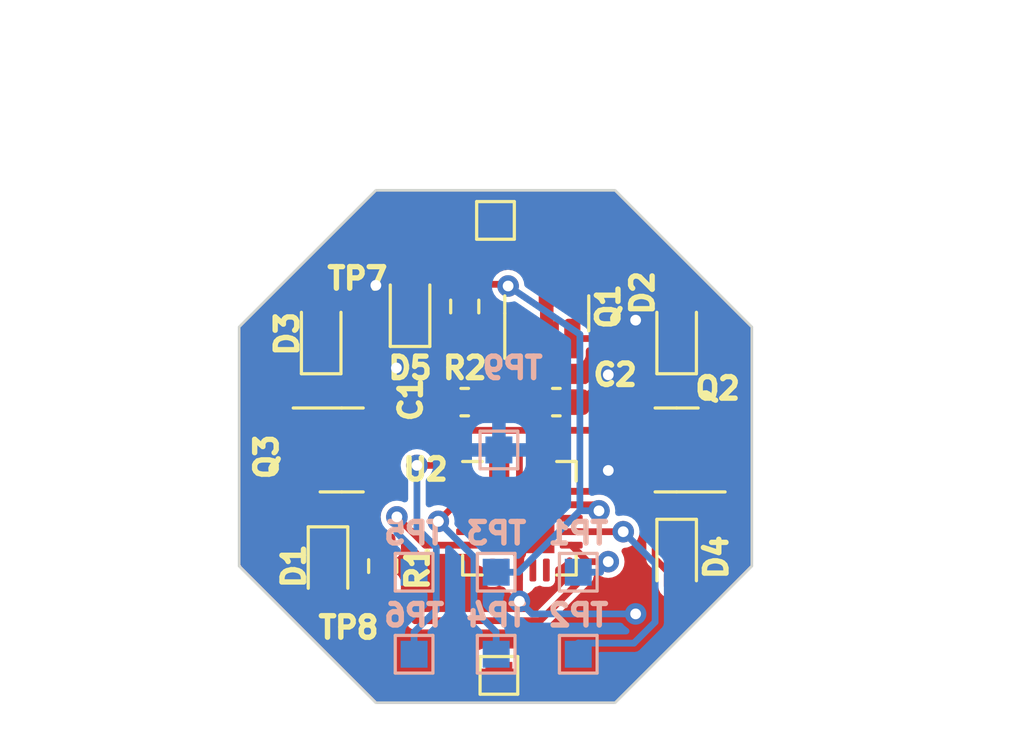
<source format=kicad_pcb>
(kicad_pcb (version 20221018) (generator pcbnew)
  (layers (0 "F.Cu" signal) (31 "B.Cu" signal) (34 "B.Paste" user) (35 "F.Paste" user) (36 "B.SilkS" user "B.Silkscreen") (37 "F.SilkS" user "F.Silkscreen") (38 "B.Mask" user) (39 "F.Mask" user) (44 "Edge.Cuts" user))
  (net 0 "")
  (net 1 "Net-(D1-K)")
  (net 2 "Net-(D2-K)")
  (net 3 "Net-(D3-K)")
  (net 4 "Net-(D4-K)")
  (net 5 "VCC")
  (net 18 "Net-(D5-K)")
  (net 19 "GND")
  (net 20 "Net-(Q1-B)")
  (net 21 "Net-(Q1-E)")
  (net 22 "PB0")
  (net 23 "PB1")
  (net 24 "PB2")
  (net 25 "PB3")
  (net 26 "PB4")
  (net 27 "PB5")
  (footprint "Resistor_SMD:R_0603_1608Metric" (layer "F.Cu") (at 132.334 115.57 90)
    (fp_text reference "R1" (at -0.0762 1.2954 90) (layer "F.SilkS") (effects (font (size 0.8 0.8) (thickness 0.2))))
    (fp_text value "1k")
    (fp_line (start -0.237258 -0.5225) (end 0.237258 -0.5225) (stroke (width 0.12)) (layer "F.SilkS"))
    (fp_line (start -0.237258 0.5225) (end 0.237258 0.5225) (stroke (width 0.12)) (layer "F.SilkS"))
    (pad "1" smd roundrect (at -0.825 0 90) (size 0.8 0.95) (layers "F.Cu" "F.Paste" "F.Mask") (net 22 "PB0"))
    (pad "2" smd roundrect (at 0.825 0 90) (size 0.8 0.95) (layers "F.Cu" "F.Paste" "F.Mask") (net 20 "Net-(Q1-B)"))
  )
  (footprint "Capacitor_SMD:C_0603_1608Metric" (layer "F.Cu") (at 135.382 109.474)
    (fp_text reference "C1" (at -2.0066 -0.1016 90) (layer "F.SilkS") (effects (font (size 0.8 0.8) (thickness 0.2))))
    (fp_text value "100n")
    (fp_line (start -0.14058 -0.51) (end 0.14058 -0.51) (stroke (width 0.12)) (layer "F.SilkS"))
    (fp_line (start -0.14058 0.51) (end 0.14058 0.51) (stroke (width 0.12)) (layer "F.SilkS"))
    (pad "1" smd roundrect (at -0.775 0) (size 0.9 0.95) (layers "F.Cu" "F.Paste" "F.Mask") (net 5 "VCC"))
    (pad "2" smd roundrect (at 0.775 0) (size 0.9 0.95) (layers "F.Cu" "F.Paste" "F.Mask") (net 19 "GND"))
  )
  (footprint "Package_TO_SOT_SMD:SOT-23" (layer "F.Cu") (at 138.43 106.172 90)
    (fp_text reference "Q1" (at 0.254 2.286 270) (layer "F.SilkS") (effects (font (size 0.8 0.8) (thickness 0.2))))
    (fp_text value "Q_PNP_BEC")
    (fp_line (start 0 -1.56) (end -1.675 -1.56) (stroke (width 0.12)) (layer "F.SilkS"))
    (fp_line (start 0 -1.56) (end 0.65 -1.56) (stroke (width 0.12)) (layer "F.SilkS"))
    (fp_line (start 0 1.56) (end -0.65 1.56) (stroke (width 0.12)) (layer "F.SilkS"))
    (fp_line (start 0 1.56) (end 0.65 1.56) (stroke (width 0.12)) (layer "F.SilkS"))
    (pad "1" smd roundrect (at -0.9375 -0.95 90) (size 1.475 0.6) (layers "F.Cu" "F.Paste" "F.Mask") (net 20 "Net-(Q1-B)"))
    (pad "2" smd roundrect (at -0.9375 0.95 90) (size 1.475 0.6) (layers "F.Cu" "F.Paste" "F.Mask") (net 21 "Net-(Q1-E)"))
    (pad "3" smd roundrect (at 0.9375 0 90) (size 1.475 0.6) (layers "F.Cu" "F.Paste" "F.Mask") (net 19 "GND"))
  )
  (footprint "LED_SMD:LED_0603_1608Metric" (layer "F.Cu") (at 130.048 106.934 90)
    (fp_text reference "D3" (at 0 -1.27 90) (layer "F.SilkS") (effects (font (size 0.8 0.8) (thickness 0.2))))
    (fp_text value "LED")
    (fp_line (start -1.485 -0.735) (end -1.485 0.735) (stroke (width 0.12)) (layer "F.SilkS"))
    (fp_line (start -1.485 0.735) (end 0.8 0.735) (stroke (width 0.12)) (layer "F.SilkS"))
    (fp_line (start 0.8 -0.735) (end -1.485 -0.735) (stroke (width 0.12)) (layer "F.SilkS"))
    (pad "1" smd roundrect (at -0.7875 0 90) (size 0.875 0.95) (layers "F.Cu" "F.Paste" "F.Mask") (net 3 "Net-(D3-K)"))
    (pad "2" smd roundrect (at 0.7875 0 90) (size 0.875 0.95) (layers "F.Cu" "F.Paste" "F.Mask") (net 5 "VCC"))
  )
  (footprint "LED_SMD:LED_0603_1608Metric" (layer "F.Cu") (at 130.302 115.5955 -90)
    (fp_text reference "D1" (at -0.0255 1.27 90) (layer "F.SilkS") (effects (font (size 0.8 0.8) (thickness 0.2))))
    (fp_text value "LED")
    (fp_line (start -1.485 -0.735) (end -1.485 0.735) (stroke (width 0.12)) (layer "F.SilkS"))
    (fp_line (start -1.485 0.735) (end 0.8 0.735) (stroke (width 0.12)) (layer "F.SilkS"))
    (fp_line (start 0.8 -0.735) (end -1.485 -0.735) (stroke (width 0.12)) (layer "F.SilkS"))
    (pad "1" smd roundrect (at -0.7875 0 270) (size 0.875 0.95) (layers "F.Cu" "F.Paste" "F.Mask") (net 1 "Net-(D1-K)"))
    (pad "2" smd roundrect (at 0.7875 0 270) (size 0.875 0.95) (layers "F.Cu" "F.Paste" "F.Mask") (net 5 "VCC"))
  )
  (footprint "LED_SMD:LED_0603_1608Metric" (layer "F.Cu") (at 143.256 115.316 -90)
    (fp_text reference "D4" (at -0.0761 -1.4732 90) (layer "F.SilkS") (effects (font (size 0.8 0.8) (thickness 0.2))))
    (fp_text value "LED")
    (fp_line (start -1.485 -0.735) (end -1.485 0.735) (stroke (width 0.12)) (layer "F.SilkS"))
    (fp_line (start -1.485 0.735) (end 0.8 0.735) (stroke (width 0.12)) (layer "F.SilkS"))
    (fp_line (start 0.8 -0.735) (end -1.485 -0.735) (stroke (width 0.12)) (layer "F.SilkS"))
    (pad "1" smd roundrect (at -0.7875 0 270) (size 0.875 0.95) (layers "F.Cu" "F.Paste" "F.Mask") (net 4 "Net-(D4-K)"))
    (pad "2" smd roundrect (at 0.7875 0 270) (size 0.875 0.95) (layers "F.Cu" "F.Paste" "F.Mask") (net 5 "VCC"))
  )
  (footprint "TestPoint:TestPoint_Pad_1.0x1.0mm" (layer "F.Cu") (at 136.525 102.7176)
    (fp_text reference "TP7" (at -5.1308 2.159) (layer "F.SilkS") (effects (font (size 0.8 0.8) (thickness 0.2))))
    (fp_text value "TestPoint")
    (fp_line (start -0.7 -0.7) (end 0.7 -0.7) (stroke (width 0.12)) (layer "F.SilkS"))
    (fp_line (start -0.7 0.7) (end -0.7 -0.7) (stroke (width 0.12)) (layer "F.SilkS"))
    (fp_line (start 0.7 -0.7) (end 0.7 0.7) (stroke (width 0.12)) (layer "F.SilkS"))
    (fp_line (start 0.7 0.7) (end -0.7 0.7) (stroke (width 0.12)) (layer "F.SilkS"))
    (pad "1" smd rect (at 0 0) (size 1 1) (layers "F.Cu" "F.Mask") (net 19 "GND"))
  )
  (footprint "TestPoint:TestPoint_Pad_1.0x1.0mm" (layer "F.Cu") (at 136.652 119.634)
    (fp_text reference "TP8" (at -5.588 -1.778) (layer "F.SilkS") (effects (font (size 0.8 0.8) (thickness 0.2))))
    (fp_text value "TestPoint")
    (fp_line (start -0.7 -0.7) (end 0.7 -0.7) (stroke (width 0.12)) (layer "F.SilkS"))
    (fp_line (start -0.7 0.7) (end -0.7 -0.7) (stroke (width 0.12)) (layer "F.SilkS"))
    (fp_line (start 0.7 -0.7) (end 0.7 0.7) (stroke (width 0.12)) (layer "F.SilkS"))
    (fp_line (start 0.7 0.7) (end -0.7 0.7) (stroke (width 0.12)) (layer "F.SilkS"))
    (pad "1" smd rect (at 0 0) (size 1 1) (layers "F.Cu" "F.Mask") (net 19 "GND"))
  )
  (footprint "Package_TO_SOT_SMD:SOT-23-6" (layer "F.Cu") (at 143.256 111.252 180)
    (fp_text reference "Q2" (at -1.524 2.286) (layer "F.SilkS") (effects (font (size 0.8 0.8) (thickness 0.2))))
    (fp_text value "Q_Dual_NPN_NPN_C2E2C1E1B1B2")
    (fp_line (start 0 -1.56) (end -1.8 -1.56) (stroke (width 0.12)) (layer "F.SilkS"))
    (fp_line (start 0 -1.56) (end 0.8 -1.56) (stroke (width 0.12)) (layer "F.SilkS"))
    (fp_line (start 0 1.56) (end -0.8 1.56) (stroke (width 0.12)) (layer "F.SilkS"))
    (fp_line (start 0 1.56) (end 0.8 1.56) (stroke (width 0.12)) (layer "F.SilkS"))
    (pad "1" smd roundrect (at -1.1375 -0.95 180) (size 1.325 0.6) (layers "F.Cu" "F.Paste" "F.Mask") (net 4 "Net-(D4-K)"))
    (pad "2" smd roundrect (at -1.1375 0 180) (size 1.325 0.6) (layers "F.Cu" "F.Paste" "F.Mask") (net 19 "GND"))
    (pad "3" smd roundrect (at -1.1375 0.95 180) (size 1.325 0.6) (layers "F.Cu" "F.Paste" "F.Mask") (net 2 "Net-(D2-K)"))
    (pad "4" smd roundrect (at 1.1375 0.95 180) (size 1.325 0.6) (layers "F.Cu" "F.Paste" "F.Mask") (net 19 "GND"))
    (pad "5" smd roundrect (at 1.1375 0 180) (size 1.325 0.6) (layers "F.Cu" "F.Paste" "F.Mask") (net 21 "Net-(Q1-E)"))
    (pad "6" smd roundrect (at 1.1375 -0.95 180) (size 1.325 0.6) (layers "F.Cu" "F.Paste" "F.Mask") (net 21 "Net-(Q1-E)"))
  )
  (footprint "LED_SMD:LED_0603_1608Metric" (layer "F.Cu") (at 143.256 106.934 90)
    (fp_text reference "D2" (at 1.524 -1.27 90) (layer "F.SilkS") (effects (font (size 0.8 0.8) (thickness 0.2))))
    (fp_text value "LED")
    (fp_line (start -1.485 -0.735) (end -1.485 0.735) (stroke (width 0.12)) (layer "F.SilkS"))
    (fp_line (start -1.485 0.735) (end 0.8 0.735) (stroke (width 0.12)) (layer "F.SilkS"))
    (fp_line (start 0.8 -0.735) (end -1.485 -0.735) (stroke (width 0.12)) (layer "F.SilkS"))
    (pad "1" smd roundrect (at -0.7875 0 90) (size 0.875 0.95) (layers "F.Cu" "F.Paste" "F.Mask") (net 2 "Net-(D2-K)"))
    (pad "2" smd roundrect (at 0.7875 0 90) (size 0.875 0.95) (layers "F.Cu" "F.Paste" "F.Mask") (net 5 "VCC"))
  )
  (footprint "Package_DFN_QFN:QFN-20-1EP_4x4mm_P0.5mm_EP2.6x2.6mm" (layer "F.Cu") (at 137.414 113.792)
    (fp_text reference "U2" (at -3.4902 -1.8138) (layer "F.SilkS") (effects (font (size 0.8 0.8) (thickness 0.2))))
    (fp_text value "ATtiny85-20M")
    (fp_line (start -2.11 2.11) (end -2.11 1.385) (stroke (width 0.12)) (layer "F.SilkS"))
    (fp_line (start -1.385 -2.11) (end -2.11 -2.11) (stroke (width 0.12)) (layer "F.SilkS"))
    (fp_line (start -1.385 2.11) (end -2.11 2.11) (stroke (width 0.12)) (layer "F.SilkS"))
    (fp_line (start 1.385 -2.11) (end 2.11 -2.11) (stroke (width 0.12)) (layer "F.SilkS"))
    (fp_line (start 1.385 2.11) (end 2.11 2.11) (stroke (width 0.12)) (layer "F.SilkS"))
    (fp_line (start 2.11 -2.11) (end 2.11 -1.385) (stroke (width 0.12)) (layer "F.SilkS"))
    (fp_line (start 2.11 2.11) (end 2.11 1.385) (stroke (width 0.12)) (layer "F.SilkS"))
    (pad "1" smd roundrect (at -1.925 -1) (size 0.85 0.25) (layers "F.Cu" "F.Paste" "F.Mask") (net 27 "PB5"))
    (pad "2" smd roundrect (at -1.925 -0.5) (size 0.85 0.25) (layers "F.Cu" "F.Paste" "F.Mask") (net 25 "PB3"))
    (pad "3" smd roundrect (at -1.925 0) (size 0.85 0.25) (layers "F.Cu" "F.Paste" "F.Mask"))
    (pad "4" smd roundrect (at -1.925 0.5) (size 0.85 0.25) (layers "F.Cu" "F.Paste" "F.Mask"))
    (pad "5" smd roundrect (at -1.925 1) (size 0.85 0.25) (layers "F.Cu" "F.Paste" "F.Mask") (net 26 "PB4"))
    (pad "6" smd roundrect (at -1 1.925) (size 0.25 0.85) (layers "F.Cu" "F.Paste" "F.Mask"))
    (pad "7" smd roundrect (at -0.5 1.925) (size 0.25 0.85) (layers "F.Cu" "F.Paste" "F.Mask"))
    (pad "8" smd roundrect (at 0 1.925) (size 0.25 0.85) (layers "F.Cu" "F.Paste" "F.Mask") (net 19 "GND"))
    (pad "9" smd roundrect (at 0.5 1.925) (size 0.25 0.85) (layers "F.Cu" "F.Paste" "F.Mask"))
    (pad "10" smd roundrect (at 1 1.925) (size 0.25 0.85) (layers "F.Cu" "F.Paste" "F.Mask"))
    (pad "11" smd roundrect (at 1.925 1) (size 0.85 0.25) (layers "F.Cu" "F.Paste" "F.Mask") (net 22 "PB0"))
    (pad "12" smd roundrect (at 1.925 0.5) (size 0.85 0.25) (layers "F.Cu" "F.Paste" "F.Mask") (net 23 "PB1"))
    (pad "13" smd roundrect (at 1.925 0) (size 0.85 0.25) (layers "F.Cu" "F.Paste" "F.Mask"))
    (pad "14" smd roundrect (at 1.925 -0.5) (size 0.85 0.25) (layers "F.Cu" "F.Paste" "F.Mask") (net 24 "PB2"))
    (pad "15" smd roundrect (at 1.925 -1) (size 0.85 0.25) (layers "F.Cu" "F.Paste" "F.Mask") (net 5 "VCC"))
    (pad "16" smd roundrect (at 1 -1.925) (size 0.25 0.85) (layers "F.Cu" "F.Paste" "F.Mask"))
    (pad "17" smd roundrect (at 0.5 -1.925) (size 0.25 0.85) (layers "F.Cu" "F.Paste" "F.Mask"))
    (pad "18" smd roundrect (at 0 -1.925) (size 0.25 0.85) (layers "F.Cu" "F.Paste" "F.Mask"))
    (pad "19" smd roundrect (at -0.5 -1.925) (size 0.25 0.85) (layers "F.Cu" "F.Paste" "F.Mask"))
    (pad "20" smd roundrect (at -1 -1.925) (size 0.25 0.85) (layers "F.Cu" "F.Paste" "F.Mask"))
    (pad "21" smd rect (at 0 0) (size 2.6 2.6) (layers "F.Cu" "F.Mask") (net 19 "GND"))
  )
  (footprint "Capacitor_SMD:C_0603_1608Metric" (layer "F.Cu") (at 138.7856 109.474 180)
    (fp_text reference "C2" (at -2.1844 1.016) (layer "F.SilkS") (effects (font (size 0.8 0.8) (thickness 0.2))))
    (fp_text value "100u")
    (fp_line (start -0.14058 -0.51) (end 0.14058 -0.51) (stroke (width 0.12)) (layer "F.SilkS"))
    (fp_line (start -0.14058 0.51) (end 0.14058 0.51) (stroke (width 0.12)) (layer "F.SilkS"))
    (pad "1" smd roundrect (at -0.775 0 180) (size 0.9 0.95) (layers "F.Cu" "F.Paste" "F.Mask") (net 5 "VCC"))
    (pad "2" smd roundrect (at 0.775 0 180) (size 0.9 0.95) (layers "F.Cu" "F.Paste" "F.Mask") (net 19 "GND"))
  )
  (footprint "Package_TO_SOT_SMD:SOT-23-6" (layer "F.Cu") (at 130.81 111.252)
    (fp_text reference "Q3" (at -2.794 0.254 90) (layer "F.SilkS") (effects (font (size 0.8 0.8) (thickness 0.2))))
    (fp_text value "Q_Dual_NPN_NPN_C2E2C1E1B1B2")
    (fp_line (start 0 -1.56) (end -1.8 -1.56) (stroke (width 0.12)) (layer "F.SilkS"))
    (fp_line (start 0 -1.56) (end 0.8 -1.56) (stroke (width 0.12)) (layer "F.SilkS"))
    (fp_line (start 0 1.56) (end -0.8 1.56) (stroke (width 0.12)) (layer "F.SilkS"))
    (fp_line (start 0 1.56) (end 0.8 1.56) (stroke (width 0.12)) (layer "F.SilkS"))
    (pad "1" smd roundrect (at -1.1375 -0.95) (size 1.325 0.6) (layers "F.Cu" "F.Paste" "F.Mask") (net 3 "Net-(D3-K)"))
    (pad "2" smd roundrect (at -1.1375 0) (size 1.325 0.6) (layers "F.Cu" "F.Paste" "F.Mask") (net 19 "GND"))
    (pad "3" smd roundrect (at -1.1375 0.95) (size 1.325 0.6) (layers "F.Cu" "F.Paste" "F.Mask") (net 1 "Net-(D1-K)"))
    (pad "4" smd roundrect (at 1.1375 0.95) (size 1.325 0.6) (layers "F.Cu" "F.Paste" "F.Mask") (net 19 "GND"))
    (pad "5" smd roundrect (at 1.1375 0) (size 1.325 0.6) (layers "F.Cu" "F.Paste" "F.Mask") (net 21 "Net-(Q1-E)"))
    (pad "6" smd roundrect (at 1.1375 -0.95) (size 1.325 0.6) (layers "F.Cu" "F.Paste" "F.Mask") (net 21 "Net-(Q1-E)"))
  )
  (footprint "LED_SMD:LED_0603_1608Metric" (layer "F.Cu") (at 133.35 105.918 90)
    (fp_text reference "D5" (at -2.286 0 180) (layer "F.SilkS") (effects (font (size 0.8 0.8) (thickness 0.2))))
    (fp_text value "LED")
    (fp_line (start -1.485 -0.735) (end -1.485 0.735) (stroke (width 0.12)) (layer "F.SilkS"))
    (fp_line (start -1.485 0.735) (end 0.8 0.735) (stroke (width 0.12)) (layer "F.SilkS"))
    (fp_line (start 0.8 -0.735) (end -1.485 -0.735) (stroke (width 0.12)) (layer "F.SilkS"))
    (pad "1" smd roundrect (at -0.7875 0 90) (size 0.875 0.95) (layers "F.Cu" "F.Paste" "F.Mask") (net 18 "Net-(D5-K)"))
    (pad "2" smd roundrect (at 0.7875 0 90) (size 0.875 0.95) (layers "F.Cu" "F.Paste" "F.Mask") (net 5 "VCC"))
  )
  (footprint "Resistor_SMD:R_0603_1608Metric" (layer "F.Cu") (at 135.382 105.918 90)
    (fp_text reference "R2" (at -2.286 0 180) (layer "F.SilkS") (effects (font (size 0.8 0.8) (thickness 0.2))))
    (fp_text value "200")
    (fp_line (start -0.237258 -0.5225) (end 0.237258 -0.5225) (stroke (width 0.12)) (layer "F.SilkS"))
    (fp_line (start -0.237258 0.5225) (end 0.237258 0.5225) (stroke (width 0.12)) (layer "F.SilkS"))
    (pad "1" smd roundrect (at -0.825 0 90) (size 0.8 0.95) (layers "F.Cu" "F.Paste" "F.Mask") (net 18 "Net-(D5-K)"))
    (pad "2" smd roundrect (at 0.825 0 90) (size 0.8 0.95) (layers "F.Cu" "F.Paste" "F.Mask") (net 24 "PB2"))
  )
  (footprint "TestPoint:TestPoint_Pad_1.0x1.0mm" (layer "B.Cu") (at 133.5004 115.7986 180)
    (fp_text reference "TP5" (at 0 1.448) (layer "B.SilkS") (effects (font (size 0.8 0.8) (thickness 0.2)) (justify mirror)))
    (fp_text value "TestPoint")
    (fp_line (start -0.7 -0.7) (end -0.7 0.7) (stroke (width 0.12)) (layer "B.SilkS"))
    (fp_line (start -0.7 0.7) (end 0.7 0.7) (stroke (width 0.12)) (layer "B.SilkS"))
    (fp_line (start 0.7 -0.7) (end -0.7 -0.7) (stroke (width 0.12)) (layer "B.SilkS"))
    (fp_line (start 0.7 0.7) (end 0.7 -0.7) (stroke (width 0.12)) (layer "B.SilkS"))
    (pad "1" smd rect (at 0 0 180) (size 1 1) (layers "B.Cu" "B.Mask") (net 26 "PB4"))
  )
  (footprint "TestPoint:TestPoint_Pad_1.0x1.0mm" (layer "B.Cu") (at 139.6004 118.8486 180)
    (fp_text reference "TP2" (at 0 1.448) (layer "B.SilkS") (effects (font (size 0.8 0.8) (thickness 0.2)) (justify mirror)))
    (fp_text value "TestPoint")
    (fp_line (start -0.7 -0.7) (end -0.7 0.7) (stroke (width 0.12)) (layer "B.SilkS"))
    (fp_line (start -0.7 0.7) (end 0.7 0.7) (stroke (width 0.12)) (layer "B.SilkS"))
    (fp_line (start 0.7 -0.7) (end -0.7 -0.7) (stroke (width 0.12)) (layer "B.SilkS"))
    (fp_line (start 0.7 0.7) (end 0.7 -0.7) (stroke (width 0.12)) (layer "B.SilkS"))
    (pad "1" smd rect (at 0 0 180) (size 1 1) (layers "B.Cu" "B.Mask") (net 23 "PB1"))
  )
  (footprint "TestPoint:TestPoint_Pad_1.0x1.0mm" (layer "B.Cu") (at 136.5504 118.8486 180)
    (fp_text reference "TP4" (at 0 1.448) (layer "B.SilkS") (effects (font (size 0.8 0.8) (thickness 0.2)) (justify mirror)))
    (fp_text value "TestPoint")
    (fp_line (start -0.7 -0.7) (end -0.7 0.7) (stroke (width 0.12)) (layer "B.SilkS"))
    (fp_line (start -0.7 0.7) (end 0.7 0.7) (stroke (width 0.12)) (layer "B.SilkS"))
    (fp_line (start 0.7 -0.7) (end -0.7 -0.7) (stroke (width 0.12)) (layer "B.SilkS"))
    (fp_line (start 0.7 0.7) (end 0.7 -0.7) (stroke (width 0.12)) (layer "B.SilkS"))
    (pad "1" smd rect (at 0 0 180) (size 1 1) (layers "B.Cu" "B.Mask") (net 25 "PB3"))
  )
  (footprint "TestPoint:TestPoint_Pad_1.0x1.0mm" (layer "B.Cu") (at 136.652 111.252 180)
    (fp_text reference "TP9" (at -0.508 3.048) (layer "B.SilkS") (effects (font (size 0.8 0.8) (thickness 0.2)) (justify mirror)))
    (fp_text value "TestPoint")
    (fp_line (start -0.7 -0.7) (end -0.7 0.7) (stroke (width 0.12)) (layer "B.SilkS"))
    (fp_line (start -0.7 0.7) (end 0.7 0.7) (stroke (width 0.12)) (layer "B.SilkS"))
    (fp_line (start 0.7 -0.7) (end -0.7 -0.7) (stroke (width 0.12)) (layer "B.SilkS"))
    (fp_line (start 0.7 0.7) (end 0.7 -0.7) (stroke (width 0.12)) (layer "B.SilkS"))
    (pad "1" smd rect (at 0 0 180) (size 1 1) (layers "B.Cu" "B.Mask") (net 5 "VCC"))
  )
  (footprint "TestPoint:TestPoint_Pad_1.0x1.0mm" (layer "B.Cu") (at 139.6004 115.7986 180)
    (fp_text reference "TP1" (at 0 1.448) (layer "B.SilkS") (effects (font (size 0.8 0.8) (thickness 0.2)) (justify mirror)))
    (fp_text value "TestPoint")
    (fp_line (start -0.7 -0.7) (end -0.7 0.7) (stroke (width 0.12)) (layer "B.SilkS"))
    (fp_line (start -0.7 0.7) (end 0.7 0.7) (stroke (width 0.12)) (layer "B.SilkS"))
    (fp_line (start 0.7 -0.7) (end -0.7 -0.7) (stroke (width 0.12)) (layer "B.SilkS"))
    (fp_line (start 0.7 0.7) (end 0.7 -0.7) (stroke (width 0.12)) (layer "B.SilkS"))
    (pad "1" smd rect (at 0 0 180) (size 1 1) (layers "B.Cu" "B.Mask") (net 22 "PB0"))
  )
  (footprint "TestPoint:TestPoint_Pad_1.0x1.0mm" (layer "B.Cu") (at 136.5504 115.7986 180)
    (fp_text reference "TP3" (at 0 1.448) (layer "B.SilkS") (effects (font (size 0.8 0.8) (thickness 0.2)) (justify mirror)))
    (fp_text value "TestPoint")
    (fp_line (start -0.7 -0.7) (end -0.7 0.7) (stroke (width 0.12)) (layer "B.SilkS"))
    (fp_line (start -0.7 0.7) (end 0.7 0.7) (stroke (width 0.12)) (layer "B.SilkS"))
    (fp_line (start 0.7 -0.7) (end -0.7 -0.7) (stroke (width 0.12)) (layer "B.SilkS"))
    (fp_line (start 0.7 0.7) (end 0.7 -0.7) (stroke (width 0.12)) (layer "B.SilkS"))
    (pad "1" smd rect (at 0 0 180) (size 1 1) (layers "B.Cu" "B.Mask") (net 24 "PB2"))
  )
  (footprint "TestPoint:TestPoint_Pad_1.0x1.0mm" (layer "B.Cu") (at 133.5004 118.8486 180)
    (fp_text reference "TP6" (at 0 1.448) (layer "B.SilkS") (effects (font (size 0.8 0.8) (thickness 0.2)) (justify mirror)))
    (fp_text value "TestPoint")
    (fp_line (start -0.7 -0.7) (end -0.7 0.7) (stroke (width 0.12)) (layer "B.SilkS"))
    (fp_line (start -0.7 0.7) (end 0.7 0.7) (stroke (width 0.12)) (layer "B.SilkS"))
    (fp_line (start 0.7 -0.7) (end -0.7 -0.7) (stroke (width 0.12)) (layer "B.SilkS"))
    (fp_line (start 0.7 0.7) (end 0.7 -0.7) (stroke (width 0.12)) (layer "B.SilkS"))
    (pad "1" smd rect (at 0 0 180) (size 1 1) (layers "B.Cu" "B.Mask") (net 27 "PB5"))
  )
  (gr_poly (pts (xy 146.05 106.68) (xy 146.05 115.57) (xy 140.97 120.65) (xy 132.08 120.65) (xy 127 115.57) (xy 127 106.68) (xy 132.08 101.6) (xy 140.97 101.6)) (stroke (width 0.1)) (fill none) (layer "Edge.Cuts"))
  (segment (start 129.672 113.19) (end 129.6725 113.1895) (width 0.25) (layer "F.Cu") (net 1))
  (segment (start 129.6725 113.1895) (end 129.6725 112.202) (width 0.25) (layer "F.Cu") (net 1))
  (segment (start 129.672 113.19) (end 129.672 114.178) (width 0.25) (layer "F.Cu") (net 1))
  (segment (start 129.672 112.202) (end 129.672 113.19) (width 0.25) (layer "F.Cu") (net 1))
  (segment (start 129.672 114.178) (end 130.302 114.808) (width 0.25) (layer "F.Cu") (net 1))
  (segment (start 144.394 110.302) (end 144.3935 110.3015) (width 0.25) (layer "F.Cu") (net 2))
  (segment (start 144.3935 110.3015) (end 144.3935 110.302) (width 0.25) (layer "F.Cu") (net 2))
  (segment (start 143.256 107.722) (end 143.256 107.7215) (width 0.25) (layer "F.Cu") (net 2))
  (segment (start 144.3935 110.3015) (end 143.256 109.164) (width 0.25) (layer "F.Cu") (net 2))
  (segment (start 143.256 109.164) (end 143.256 107.722) (width 0.25) (layer "F.Cu") (net 2))
  (segment (start 129.672 109.1995) (end 129.672 108.097) (width 0.25) (layer "F.Cu") (net 3))
  (segment (start 129.6725 109.2) (end 129.6725 110.302) (width 0.25) (layer "F.Cu") (net 3))
  (segment (start 129.672 110.302) (end 129.672 109.1995) (width 0.25) (layer "F.Cu") (net 3))
  (segment (start 129.672 109.1995) (end 129.6725 109.2) (width 0.25) (layer "F.Cu") (net 3))
  (segment (start 129.86 107.9095) (end 130.048 107.7215) (width 0.25) (layer "F.Cu") (net 3))
  (segment (start 129.86 107.9095) (end 130.048 107.722) (width 0.25) (layer "F.Cu") (net 3))
  (segment (start 129.672 108.097) (end 129.86 107.9095) (width 0.25) (layer "F.Cu") (net 3))
  (segment (start 144.394 112.202) (end 144.3935 112.2025) (width 0.25) (layer "F.Cu") (net 4))
  (segment (start 143.256 114.528) (end 143.256 114.5285) (width 0.25) (layer "F.Cu") (net 4))
  (segment (start 144.3935 112.2025) (end 144.3935 112.202) (width 0.25) (layer "F.Cu") (net 4))
  (segment (start 143.256 113.34) (end 143.256 114.528) (width 0.25) (layer "F.Cu") (net 4))
  (segment (start 144.3935 112.2025) (end 143.256 113.34) (width 0.25) (layer "F.Cu") (net 4))
  (segment (start 134.607 109.474) (end 134.112 109.474) (width 0.25) (layer "F.Cu") (net 5))
  (segment (start 140.716 112.792) (end 139.339 112.792) (width 0.25) (layer "F.Cu") (net 5))
  (segment (start 143.256 116.104) (end 142.456 115.304) (width 0.25) (layer "F.Cu") (net 5))
  (segment (start 143.256 106.146) (end 142.012 106.146) (width 0.25) (layer "F.Cu") (net 5))
  (segment (start 128.016 107.873831) (end 129.743331 106.1465) (width 0.25) (layer "F.Cu") (net 5))
  (segment (start 129.963804 116.383) (end 128.016 114.435196) (width 0.25) (layer "F.Cu") (net 5))
  (segment (start 139.7 109.474) (end 140.716 108.458) (width 0.25) (layer "F.Cu") (net 5))
  (segment (start 142.012 106.146) (end 141.732 106.426) (width 0.25) (layer "F.Cu") (net 5))
  (segment (start 134.112 109.474) (end 132.842 108.204) (width 0.25) (layer "F.Cu") (net 5))
  (segment (start 142.456 114.262) (end 140.986 112.792) (width 0.25) (layer "F.Cu") (net 5))
  (segment (start 131.064 105.13) (end 130.048 106.146) (width 0.25) (layer "F.Cu") (net 5))
  (segment (start 132.08 105.13) (end 131.064 105.13) (width 0.25) (layer "F.Cu") (net 5))
  (segment (start 140.986 112.792) (end 140.716 112.792) (width 0.25) (layer "F.Cu") (net 5))
  (segment (start 130.302 116.383) (end 129.963804 116.383) (width 0.25) (layer "F.Cu") (net 5))
  (segment (start 142.456 115.304) (end 142.456 114.262) (width 0.25) (layer "F.Cu") (net 5))
  (segment (start 139.561 109.474) (end 139.7 109.474) (width 0.25) (layer "F.Cu") (net 5))
  (segment (start 128.016 114.435196) (end 128.016 107.873831) (width 0.25) (layer "F.Cu") (net 5))
  (segment (start 129.743331 106.1465) (end 130.048 106.1465) (width 0.25) (layer "F.Cu") (net 5))
  (segment (start 133.35 105.13) (end 132.08 105.13) (width 0.25) (layer "F.Cu") (net 5))
  (segment (start 140.716 112.014) (end 140.716 112.792) (width 0.25) (layer "F.Cu") (net 5))
  (via (at 141.732 106.426) (size 0.8) (drill 0.4) (layers "F.Cu" "B.Cu") (net 5))
  (via (at 132.842 108.204) (size 0.8) (drill 0.4) (layers "F.Cu" "B.Cu") (net 5))
  (via (at 132.08 105.13) (size 0.8) (drill 0.4) (layers "F.Cu" "B.Cu") (net 5))
  (via (at 140.716 108.458) (size 0.8) (drill 0.4) (layers "F.Cu" "B.Cu") (net 5))
  (via (at 140.716 112.014) (size 0.8) (drill 0.4) (layers "F.Cu" "B.Cu") (net 5))
  (segment (start 140.716 108.458) (end 140.716 112.014) (width 0.25) (layer "B.Cu") (net 5))
  (segment (start 140.716 107.442) (end 141.732 106.426) (width 0.25) (layer "B.Cu") (net 5))
  (segment (start 132.842 108.204) (end 132.842 105.892) (width 0.25) (layer "B.Cu") (net 5))
  (segment (start 140.716 108.458) (end 140.716 107.442) (width 0.25) (layer "B.Cu") (net 5))
  (segment (start 132.842 105.892) (end 132.08 105.13) (width 0.25) (layer "B.Cu") (net 5))
  (segment (start 133.35 106.706) (end 133.3505 106.706) (width 0.25) (layer "F.Cu") (net 18))
  (segment (start 133.3505 106.706) (end 133.35 106.7055) (width 0.25) (layer "F.Cu") (net 18))
  (segment (start 133.3505 106.706) (end 135.344 106.706) (width 0.25) (layer "F.Cu") (net 18))
  (segment (start 135.344 106.706) (end 135.382 106.743) (width 0.25) (layer "F.Cu") (net 18))
  (segment (start 137.414 113.792) (end 137.414 116.8775) (width 0.25) (layer "F.Cu") (net 19))
  (segment (start 131.9475 112.202) (end 131.007 112.202) (width 0.25) (layer "F.Cu") (net 19))
  (segment (start 130.057 111.252) (end 129.6725 111.252) (width 0.25) (layer "F.Cu") (net 19))
  (segment (start 131.948 112.202) (end 131.9475 112.202) (width 0.25) (layer "F.Cu") (net 19))
  (segment (start 129.6725 111.252) (end 129.672 111.252) (width 0.25) (layer "F.Cu") (net 19))
  (segment (start 131.007 112.202) (end 130.057 111.252) (width 0.25) (layer "F.Cu") (net 19))
  (via (at 141.732 117.348) (size 0.8) (drill 0.4) (layers "F.Cu" "B.Cu") (net 19))
  (via (at 137.414 116.8775) (size 0.8) (drill 0.4) (layers "F.Cu" "B.Cu") (net 19))
  (segment (start 141.732 117.348) (end 137.8845 117.348) (width 0.25) (layer "B.Cu") (net 19))
  (segment (start 137.8845 117.348) (end 137.414 116.8775) (width 0.25) (layer "B.Cu") (net 19))
  (segment (start 128.6487 114.4315) (end 129.8127 115.5955) (width 0.25) (layer "F.Cu") (net 20))
  (segment (start 132.91 105.894) (end 131.87 106.934) (width 0.25) (layer "F.Cu") (net 20))
  (segment (start 129.8127 115.5955) (end 131.4835 115.5955) (width 0.25) (layer "F.Cu") (net 20))
  (segment (start 129.591521 106.934) (end 128.6487 107.876821) (width 0.25) (layer "F.Cu") (net 20))
  (segment (start 136.9618 106.5913) (end 137.48 107.1095) (width 0.25) (layer "F.Cu") (net 20))
  (segment (start 136.9613 106.5913) (end 136.9618 106.5913) (width 0.25) (layer "F.Cu") (net 20))
  (segment (start 136.9613 106.5913) (end 136.264 105.894) (width 0.25) (layer "F.Cu") (net 20))
  (segment (start 131.4835 115.5955) (end 132.334 114.745) (width 0.25) (layer "F.Cu") (net 20))
  (segment (start 128.6487 107.876821) (end 128.6487 114.4315) (width 0.25) (layer "F.Cu") (net 20))
  (segment (start 131.87 106.934) (end 129.591521 106.934) (width 0.25) (layer "F.Cu") (net 20))
  (segment (start 136.264 105.894) (end 132.91 105.894) (width 0.25) (layer "F.Cu") (net 20))
  (segment (start 137.48 107.11) (end 136.9613 106.5913) (width 0.25) (layer "F.Cu") (net 20))
  (segment (start 142.118 111.252) (end 142.118 111.727) (width 0.25) (layer "F.Cu") (net 21))
  (segment (start 141.44 108.158) (end 140.392 107.11) (width 0.25) (layer "F.Cu") (net 21))
  (segment (start 131.948 111.252) (end 131.948 110.887) (width 0.25) (layer "F.Cu") (net 21))
  (segment (start 131.948 110.412) (end 131.948 110.302) (width 0.25) (layer "F.Cu") (net 21))
  (segment (start 131.9475 110.8875) (end 131.9475 111.252) (width 0.25) (layer "F.Cu") (net 21))
  (segment (start 142.1185 111.7275) (end 142.1185 112.202) (width 0.25) (layer "F.Cu") (net 21))
  (segment (start 140.392 107.11) (end 139.3805 107.11) (width 0.25) (layer "F.Cu") (net 21))
  (segment (start 140.347 110.522) (end 141.44 109.429) (width 0.25) (layer "F.Cu") (net 21))
  (segment (start 142.118 111.727) (end 142.118 112.202) (width 0.25) (layer "F.Cu") (net 21))
  (segment (start 131.948 110.887) (end 131.948 110.522) (width 0.25) (layer "F.Cu") (net 21))
  (segment (start 141.667 111.252) (end 142.1185 111.252) (width 0.25) (layer "F.Cu") (net 21))
  (segment (start 139.3805 107.11) (end 139.38 107.11) (width 0.25) (layer "F.Cu") (net 21))
  (segment (start 131.948 110.412) (end 131.9475 110.4115) (width 0.25) (layer "F.Cu") (net 21))
  (segment (start 142.118 111.727) (end 142.1185 111.7275) (width 0.25) (layer "F.Cu") (net 21))
  (segment (start 141.667 111.252) (end 142.118 111.252) (width 0.25) (layer "F.Cu") (net 21))
  (segment (start 131.948 110.522) (end 140.347 110.522) (width 0.25) (layer "F.Cu") (net 21))
  (segment (start 141.077 111.252) (end 141.667 111.252) (width 0.25) (layer "F.Cu") (net 21))
  (segment (start 140.347 110.522) (end 141.077 111.252) (width 0.25) (layer "F.Cu") (net 21))
  (segment (start 141.44 109.429) (end 141.44 108.158) (width 0.25) (layer "F.Cu") (net 21))
  (segment (start 131.9475 110.4115) (end 131.9475 110.302) (width 0.25) (layer "F.Cu") (net 21))
  (segment (start 131.948 110.522) (end 131.948 110.412) (width 0.25) (layer "F.Cu") (net 21))
  (segment (start 131.948 110.887) (end 131.9475 110.8875) (width 0.25) (layer "F.Cu") (net 21))
  (segment (start 139.3805 107.11) (end 139.38 107.1095) (width 0.25) (layer "F.Cu") (net 21))
  (segment (start 133.541 117.602) (end 132.334 116.395) (width 0.25) (layer "F.Cu") (net 22))
  (segment (start 139.838 115.291) (end 139.838 115.948598) (width 0.25) (layer "F.Cu") (net 22))
  (segment (start 140.715 115.406) (end 139.953 115.406) (width 0.25) (layer "F.Cu") (net 22))
  (segment (start 138.184598 117.602) (end 133.541 117.602) (width 0.25) (layer "F.Cu") (net 22))
  (segment (start 139.838 115.948598) (end 138.184598 117.602) (width 0.25) (layer "F.Cu") (net 22))
  (segment (start 139.838 115.291) (end 139.339 114.792) (width 0.25) (layer "F.Cu") (net 22))
  (segment (start 139.953 115.406) (end 139.838 115.291) (width 0.25) (layer "F.Cu") (net 22))
  (via (at 140.715 115.406) (size 0.8) (drill 0.4) (layers "F.Cu" "B.Cu") (net 22))
  (segment (start 139.6008 115.799) (end 139.6004 115.7986) (width 0.25) (layer "B.Cu") (net 22))
  (segment (start 139.6008 115.799) (end 140.426 115.799) (width 0.25) (layer "B.Cu") (net 22))
  (segment (start 140.426 115.799) (end 140.426 115.696) (width 0.25) (layer "B.Cu") (net 22))
  (segment (start 140.426 115.696) (end 140.715 115.406) (width 0.25) (layer "B.Cu") (net 22))
  (segment (start 139.6 115.799) (end 139.6008 115.799) (width 0.25) (layer "B.Cu") (net 22))
  (segment (start 141.271 114.292) (end 139.339 114.292) (width 0.25) (layer "F.Cu") (net 23))
  (via (at 141.271 114.292) (size 0.8) (drill 0.4) (layers "F.Cu" "B.Cu") (net 23))
  (segment (start 139.6 118.4365) (end 141.668098 118.4365) (width 0.25) (layer "B.Cu") (net 23))
  (segment (start 139.6 118.4365) (end 139.6004 118.4369) (width 0.25) (layer "B.Cu") (net 23))
  (segment (start 142.4565 115.4775) (end 141.271 114.292) (width 0.25) (layer "B.Cu") (net 23))
  (segment (start 142.4565 117.648098) (end 142.4565 115.4775) (width 0.25) (layer "B.Cu") (net 23))
  (segment (start 139.6004 118.4369) (end 139.6004 118.8486) (width 0.25) (layer "B.Cu") (net 23))
  (segment (start 141.668098 118.4365) (end 142.4565 117.648098) (width 0.25) (layer "B.Cu") (net 23))
  (segment (start 139.6 118.849) (end 139.6 118.4365) (width 0.25) (layer "B.Cu") (net 23))
  (segment (start 140.146 113.292) (end 140.37 113.516) (width 0.25) (layer "F.Cu") (net 24))
  (segment (start 136.994 105.156) (end 136.935985 105.093) (width 0.25) (layer "F.Cu") (net 24))
  (segment (start 136.935985 105.093) (end 135.382 105.093) (width 0.25) (layer "F.Cu") (net 24))
  (segment (start 139.339 113.292) (end 140.146 113.292) (width 0.25) (layer "F.Cu") (net 24))
  (via (at 140.37 113.516) (size 0.8) (drill 0.4) (layers "F.Cu" "B.Cu") (net 24))
  (via (at 136.994 105.156) (size 0.8) (drill 0.4) (layers "F.Cu" "B.Cu") (net 24))
  (segment (start 136.5508 115.799) (end 136.5504 115.7986) (width 0.25) (layer "B.Cu") (net 24))
  (segment (start 139.661 106.952) (end 139.661 113.513) (width 0.25) (layer "B.Cu") (net 24))
  (segment (start 136.994 105.156) (end 139.661 106.952) (width 0.25) (layer "B.Cu") (net 24))
  (segment (start 139.661 113.513) (end 140.366 113.513) (width 0.25) (layer "B.Cu") (net 24))
  (segment (start 140.366 113.513) (end 140.37 113.516) (width 0.25) (layer "B.Cu") (net 24))
  (segment (start 137.376 115.799) (end 139.661 113.513) (width 0.25) (layer "B.Cu") (net 24))
  (segment (start 136.55 115.799) (end 136.5508 115.799) (width 0.25) (layer "B.Cu") (net 24))
  (segment (start 136.5508 115.799) (end 137.376 115.799) (width 0.25) (layer "B.Cu") (net 24))
  (segment (start 135.015 113.292) (end 135.489 113.292) (width 0.25) (layer "F.Cu") (net 25))
  (segment (start 134.4 113.907) (end 135.015 113.292) (width 0.25) (layer "F.Cu") (net 25))
  (via (at 134.4 113.907) (size 0.8) (drill 0.4) (layers "F.Cu" "B.Cu") (net 25))
  (segment (start 135.725 115.232) (end 134.4 113.907) (width 0.25) (layer "B.Cu") (net 25))
  (segment (start 135.725 117.198) (end 135.725 115.232) (width 0.25) (layer "B.Cu") (net 25))
  (segment (start 136.55 118.4365) (end 136.5504 118.4369) (width 0.25) (layer "B.Cu") (net 25))
  (segment (start 136.55 118.4365) (end 136.55 118.024) (width 0.25) (layer "B.Cu") (net 25))
  (segment (start 136.55 118.024) (end 135.725 117.198) (width 0.25) (layer "B.Cu") (net 25))
  (segment (start 136.55 118.849) (end 136.55 118.4365) (width 0.25) (layer "B.Cu") (net 25))
  (segment (start 136.5504 118.4369) (end 136.5504 118.8486) (width 0.25) (layer "B.Cu") (net 25))
  (segment (start 133.912 114.792) (end 135.489 114.792) (width 0.25) (layer "F.Cu") (net 26))
  (segment (start 132.861 113.741) (end 133.912 114.792) (width 0.25) (layer "F.Cu") (net 26))
  (via (at 132.861 113.741) (size 0.8) (drill 0.4) (layers "F.Cu" "B.Cu") (net 26))
  (segment (start 133.5 114.974) (end 132.861 114.334) (width 0.25) (layer "B.Cu") (net 26))
  (segment (start 133.5 115.3865) (end 133.5004 115.3869) (width 0.25) (layer "B.Cu") (net 26))
  (segment (start 133.5 115.799) (end 133.5 115.3865) (width 0.25) (layer "B.Cu") (net 26))
  (segment (start 133.5004 115.3869) (end 133.5004 115.7986) (width 0.25) (layer "B.Cu") (net 26))
  (segment (start 133.5 115.3865) (end 133.5 114.974) (width 0.25) (layer "B.Cu") (net 26))
  (segment (start 132.861 114.334) (end 132.861 113.741) (width 0.25) (layer "B.Cu") (net 26))
  (segment (start 134.523 111.826) (end 135.489 112.792) (width 0.25) (layer "F.Cu") (net 27))
  (segment (start 133.606 111.826) (end 134.523 111.826) (width 0.25) (layer "F.Cu") (net 27))
  (via (at 133.606 111.826) (size 0.8) (drill 0.4) (layers "F.Cu" "B.Cu") (net 27))
  (segment (start 133.606 114.155) (end 133.606 111.826) (width 0.25) (layer "B.Cu") (net 27))
  (segment (start 134.326 117.198) (end 134.326 114.875) (width 0.25) (layer "B.Cu") (net 27))
  (segment (start 134.326 114.875) (end 133.606 114.155) (width 0.25) (layer "B.Cu") (net 27))
  (segment (start 133.5004 118.4369) (end 133.5004 118.8486) (width 0.25) (layer "B.Cu") (net 27))
  (segment (start 133.5 118.849) (end 133.5 118.4365) (width 0.25) (layer "B.Cu") (net 27))
  (segment (start 133.5 118.4365) (end 133.5004 118.4369) (width 0.25) (layer "B.Cu") (net 27))
  (segment (start 133.5 118.4365) (end 133.5 118.024) (width 0.25) (layer "B.Cu") (net 27))
  (segment (start 133.5 118.024) (end 134.326 117.198) (width 0.25) (layer "B.Cu") (net 27))
  (zone (net 19) (net_name "GND") (layer "F.Cu") (priority 1) (connect_pads (clearance 0)) (min_thickness 0.25) (fill yes (thermal_gap 0.5) (thermal_bridge_width 0.5))
    (polygon (pts (xy 132.111749 101.628265) (xy 127.0508 106.6292) (xy 127.0508 115.5446) (xy 132.1308 120.6246) (xy 140.97 120.65) (xy 146.0246 115.5192) (xy 146.0246 106.6546) (xy 140.950949 101.577465)))
  )
  (zone (net 19) (net_name "GND") (layer "F.Cu") (connect_pads (clearance 0.508)) (min_thickness 0.25) (fill yes (thermal_gap 0.5) (thermal_bridge_width 0.5))
    (polygon (pts (xy 132.111749 101.628265) (xy 140.950949 101.577465) (xy 140.950949 103.939665) (xy 132.111749 103.914265)))
  )
  (zone (net 5) (net_name "VCC") (layer "B.Cu") (priority 1) (connect_pads (clearance 0)) (min_thickness 0.25) (fill yes (thermal_gap 0.5) (thermal_bridge_width 0.5))
    (polygon (pts (xy 132.111749 101.628265) (xy 127.0508 106.6292) (xy 127.0508 115.5446) (xy 132.1308 120.6246) (xy 140.97 120.65) (xy 146.0246 115.5192) (xy 146.0246 106.6546) (xy 140.950949 101.577465)))
  )
)
</source>
